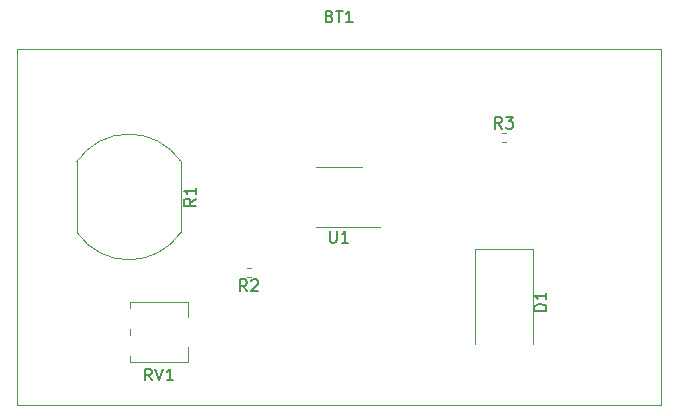
<source format=gbr>
%TF.GenerationSoftware,KiCad,Pcbnew,(5.1.9)-1*%
%TF.CreationDate,2021-03-21T15:36:50-07:00*%
%TF.ProjectId,light,6c696768-742e-46b6-9963-61645f706362,rev?*%
%TF.SameCoordinates,Original*%
%TF.FileFunction,Legend,Top*%
%TF.FilePolarity,Positive*%
%FSLAX46Y46*%
G04 Gerber Fmt 4.6, Leading zero omitted, Abs format (unit mm)*
G04 Created by KiCad (PCBNEW (5.1.9)-1) date 2021-03-21 15:36:50*
%MOMM*%
%LPD*%
G01*
G04 APERTURE LIST*
%ADD10C,0.120000*%
%ADD11C,0.150000*%
G04 APERTURE END LIST*
D10*
%TO.C,U1*%
X151130000Y-90150000D02*
X149180000Y-90150000D01*
X151130000Y-90150000D02*
X153080000Y-90150000D01*
X151130000Y-95270000D02*
X149180000Y-95270000D01*
X151130000Y-95270000D02*
X154580000Y-95270000D01*
%TO.C,RV1*%
X138310000Y-106660000D02*
X133470000Y-106660000D01*
X138310000Y-101620000D02*
X133470000Y-101620000D01*
X138310000Y-106660000D02*
X138310000Y-105380000D01*
X138310000Y-102900000D02*
X138310000Y-101620000D01*
X133470000Y-106660000D02*
X133470000Y-106180000D01*
X133470000Y-104400000D02*
X133470000Y-103880000D01*
X133470000Y-102100000D02*
X133470000Y-101620000D01*
X138310000Y-106280000D02*
X138310000Y-106280000D01*
X138310000Y-106280000D02*
X138310000Y-105380000D01*
X138310000Y-106280000D02*
X138310000Y-105380000D01*
%TO.C,R3*%
X164946359Y-88010000D02*
X165253641Y-88010000D01*
X164946359Y-87250000D02*
X165253641Y-87250000D01*
%TO.C,R2*%
X143663641Y-99440000D02*
X143356359Y-99440000D01*
X143663641Y-98680000D02*
X143356359Y-98680000D01*
%TO.C,R1*%
X128972440Y-95732650D02*
G75*
G03*
X137750000Y-95700000I4377560J3032650D01*
G01*
X137727560Y-89667350D02*
G75*
G03*
X128950000Y-89700000I-4377560J-3032650D01*
G01*
X128950000Y-89700000D02*
X128950000Y-95700000D01*
X137750000Y-89700000D02*
X137750000Y-95700000D01*
%TO.C,D1*%
X167535000Y-105150000D02*
X167535000Y-97115000D01*
X167535000Y-97115000D02*
X162665000Y-97115000D01*
X162665000Y-97115000D02*
X162665000Y-105150000D01*
%TO.C,BT1*%
X123860000Y-80150000D02*
X178360000Y-80150000D01*
X178360000Y-80150000D02*
X178360000Y-110350000D01*
X178360000Y-110350000D02*
X123860000Y-110350000D01*
X123860000Y-110350000D02*
X123860000Y-80150000D01*
%TO.C,U1*%
D11*
X150368095Y-95562380D02*
X150368095Y-96371904D01*
X150415714Y-96467142D01*
X150463333Y-96514761D01*
X150558571Y-96562380D01*
X150749047Y-96562380D01*
X150844285Y-96514761D01*
X150891904Y-96467142D01*
X150939523Y-96371904D01*
X150939523Y-95562380D01*
X151939523Y-96562380D02*
X151368095Y-96562380D01*
X151653809Y-96562380D02*
X151653809Y-95562380D01*
X151558571Y-95705238D01*
X151463333Y-95800476D01*
X151368095Y-95848095D01*
%TO.C,RV1*%
X135294761Y-108242380D02*
X134961428Y-107766190D01*
X134723333Y-108242380D02*
X134723333Y-107242380D01*
X135104285Y-107242380D01*
X135199523Y-107290000D01*
X135247142Y-107337619D01*
X135294761Y-107432857D01*
X135294761Y-107575714D01*
X135247142Y-107670952D01*
X135199523Y-107718571D01*
X135104285Y-107766190D01*
X134723333Y-107766190D01*
X135580476Y-107242380D02*
X135913809Y-108242380D01*
X136247142Y-107242380D01*
X137104285Y-108242380D02*
X136532857Y-108242380D01*
X136818571Y-108242380D02*
X136818571Y-107242380D01*
X136723333Y-107385238D01*
X136628095Y-107480476D01*
X136532857Y-107528095D01*
%TO.C,R3*%
X164933333Y-86912380D02*
X164600000Y-86436190D01*
X164361904Y-86912380D02*
X164361904Y-85912380D01*
X164742857Y-85912380D01*
X164838095Y-85960000D01*
X164885714Y-86007619D01*
X164933333Y-86102857D01*
X164933333Y-86245714D01*
X164885714Y-86340952D01*
X164838095Y-86388571D01*
X164742857Y-86436190D01*
X164361904Y-86436190D01*
X165266666Y-85912380D02*
X165885714Y-85912380D01*
X165552380Y-86293333D01*
X165695238Y-86293333D01*
X165790476Y-86340952D01*
X165838095Y-86388571D01*
X165885714Y-86483809D01*
X165885714Y-86721904D01*
X165838095Y-86817142D01*
X165790476Y-86864761D01*
X165695238Y-86912380D01*
X165409523Y-86912380D01*
X165314285Y-86864761D01*
X165266666Y-86817142D01*
%TO.C,R2*%
X143343333Y-100682380D02*
X143010000Y-100206190D01*
X142771904Y-100682380D02*
X142771904Y-99682380D01*
X143152857Y-99682380D01*
X143248095Y-99730000D01*
X143295714Y-99777619D01*
X143343333Y-99872857D01*
X143343333Y-100015714D01*
X143295714Y-100110952D01*
X143248095Y-100158571D01*
X143152857Y-100206190D01*
X142771904Y-100206190D01*
X143724285Y-99777619D02*
X143771904Y-99730000D01*
X143867142Y-99682380D01*
X144105238Y-99682380D01*
X144200476Y-99730000D01*
X144248095Y-99777619D01*
X144295714Y-99872857D01*
X144295714Y-99968095D01*
X144248095Y-100110952D01*
X143676666Y-100682380D01*
X144295714Y-100682380D01*
%TO.C,R1*%
X139002380Y-92866666D02*
X138526190Y-93200000D01*
X139002380Y-93438095D02*
X138002380Y-93438095D01*
X138002380Y-93057142D01*
X138050000Y-92961904D01*
X138097619Y-92914285D01*
X138192857Y-92866666D01*
X138335714Y-92866666D01*
X138430952Y-92914285D01*
X138478571Y-92961904D01*
X138526190Y-93057142D01*
X138526190Y-93438095D01*
X139002380Y-91914285D02*
X139002380Y-92485714D01*
X139002380Y-92200000D02*
X138002380Y-92200000D01*
X138145238Y-92295238D01*
X138240476Y-92390476D01*
X138288095Y-92485714D01*
%TO.C,D1*%
X168682380Y-102338095D02*
X167682380Y-102338095D01*
X167682380Y-102100000D01*
X167730000Y-101957142D01*
X167825238Y-101861904D01*
X167920476Y-101814285D01*
X168110952Y-101766666D01*
X168253809Y-101766666D01*
X168444285Y-101814285D01*
X168539523Y-101861904D01*
X168634761Y-101957142D01*
X168682380Y-102100000D01*
X168682380Y-102338095D01*
X168682380Y-100814285D02*
X168682380Y-101385714D01*
X168682380Y-101100000D02*
X167682380Y-101100000D01*
X167825238Y-101195238D01*
X167920476Y-101290476D01*
X167968095Y-101385714D01*
%TO.C,BT1*%
X150344285Y-77398571D02*
X150487142Y-77446190D01*
X150534761Y-77493809D01*
X150582380Y-77589047D01*
X150582380Y-77731904D01*
X150534761Y-77827142D01*
X150487142Y-77874761D01*
X150391904Y-77922380D01*
X150010952Y-77922380D01*
X150010952Y-76922380D01*
X150344285Y-76922380D01*
X150439523Y-76970000D01*
X150487142Y-77017619D01*
X150534761Y-77112857D01*
X150534761Y-77208095D01*
X150487142Y-77303333D01*
X150439523Y-77350952D01*
X150344285Y-77398571D01*
X150010952Y-77398571D01*
X150868095Y-76922380D02*
X151439523Y-76922380D01*
X151153809Y-77922380D02*
X151153809Y-76922380D01*
X152296666Y-77922380D02*
X151725238Y-77922380D01*
X152010952Y-77922380D02*
X152010952Y-76922380D01*
X151915714Y-77065238D01*
X151820476Y-77160476D01*
X151725238Y-77208095D01*
%TD*%
M02*

</source>
